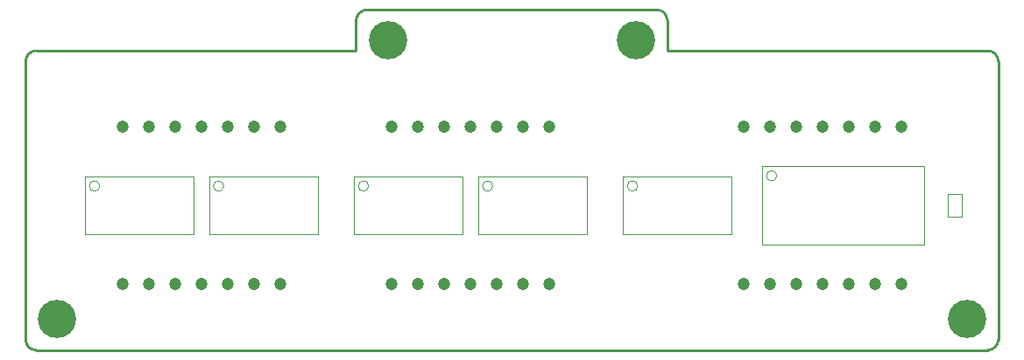
<source format=gts>
G04 Layer_Color=8388736*
%FSLAX42Y42*%
%MOMM*%
G71*
G01*
G75*
%ADD10C,0.25*%
%ADD12C,0.25*%
%ADD13C,0.10*%
%ADD21C,3.70*%
%ADD22C,1.20*%
D10*
X100Y2900D02*
G03*
X0Y2800I0J-100D01*
G01*
Y100D02*
G03*
X100Y0I100J0D01*
G01*
X9300D02*
G03*
X9400Y100I0J100D01*
G01*
Y2800D02*
G03*
X9300Y2900I-100J0D01*
G01*
X6200Y3200D02*
G03*
X6100Y3300I-100J0D01*
G01*
X3310D02*
G03*
X3190Y3180I0J-120D01*
G01*
D12*
X0Y100D02*
Y2800D01*
X100Y2900D02*
X3190Y2900D01*
X100Y0D02*
X9300D01*
X9400Y100D02*
Y2800D01*
X6200Y2900D02*
X9300D01*
X6200D02*
Y3200D01*
X3190Y2900D02*
Y3180D01*
X3310Y3300D02*
X6100D01*
D13*
X7260Y1690D02*
G03*
X7260Y1690I-50J0D01*
G01*
X5915Y1590D02*
G03*
X5915Y1590I-50J0D01*
G01*
X4515D02*
G03*
X4515Y1590I-50J0D01*
G01*
X3315D02*
G03*
X3315Y1590I-50J0D01*
G01*
X1915D02*
G03*
X1915Y1590I-50J0D01*
G01*
X715D02*
G03*
X715Y1590I-50J0D01*
G01*
X7120Y1780D02*
X8680D01*
X7120Y1020D02*
X8680D01*
X7120D02*
Y1780D01*
X8680Y1020D02*
Y1780D01*
X6825Y1120D02*
Y1680D01*
X5775Y1120D02*
Y1680D01*
Y1120D02*
X6825D01*
X5775Y1680D02*
X6825D01*
X5425Y1120D02*
Y1680D01*
X4375Y1120D02*
Y1680D01*
Y1120D02*
X5425D01*
X4375Y1680D02*
X5425D01*
X4225Y1120D02*
Y1680D01*
X3175Y1120D02*
Y1680D01*
Y1120D02*
X4225D01*
X3175Y1680D02*
X4225D01*
X2825Y1120D02*
Y1680D01*
X1775Y1120D02*
Y1680D01*
Y1120D02*
X2825D01*
X1775Y1680D02*
X2825D01*
X1625Y1120D02*
Y1680D01*
X575Y1120D02*
Y1680D01*
Y1120D02*
X1625D01*
X575Y1680D02*
X1625D01*
X9047Y1295D02*
Y1515D01*
X8912Y1295D02*
Y1515D01*
Y1295D02*
X9047D01*
X8912Y1515D02*
X9047D01*
D21*
X3500Y3000D02*
D03*
X5900D02*
D03*
X300Y300D02*
D03*
X9100D02*
D03*
D22*
X8462Y2162D02*
D03*
X8208D02*
D03*
X7954D02*
D03*
X7700D02*
D03*
X7446D02*
D03*
X7192D02*
D03*
X6938D02*
D03*
X8462Y638D02*
D03*
X8208D02*
D03*
X7954D02*
D03*
X7700D02*
D03*
X7446D02*
D03*
X7192D02*
D03*
X6938D02*
D03*
X5062Y2162D02*
D03*
X4808D02*
D03*
X4554D02*
D03*
X4300D02*
D03*
X4046D02*
D03*
X3792D02*
D03*
X3538D02*
D03*
X5062Y638D02*
D03*
X4808D02*
D03*
X4554D02*
D03*
X4300D02*
D03*
X4046D02*
D03*
X3792D02*
D03*
X3538D02*
D03*
X2462Y2162D02*
D03*
X2208D02*
D03*
X1954D02*
D03*
X1700D02*
D03*
X1446D02*
D03*
X1192D02*
D03*
X938D02*
D03*
X2462Y638D02*
D03*
X2208D02*
D03*
X1954D02*
D03*
X1700D02*
D03*
X1446D02*
D03*
X1192D02*
D03*
X938D02*
D03*
M02*

</source>
